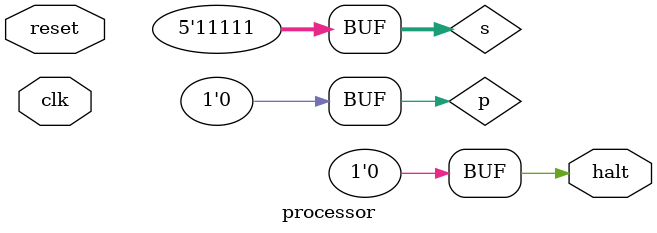
<source format=v>
`define WORD	[15:0]
`define Opcode	[15:12]
`define Dest	[11:6]
`define Src	[5:0]
`define STATE	[4:0]
`define REGSIZE [63:0]
`define MEMSIZE [65535:0]

`define OPadd	4'b0000
`define OPinvf	4'b0001
`define OPaddf	4'b0010
`define OPmulf	4'b0011
`define OPand	4'b0100
`define OPor	4'b0101
`define OPxor	4'b0110
`define OPany	4'b0111
`define OPdup	4'b1000
`define OPshr	4'b1001
`define OPf2i	4'b1010
`define OPi2f	4'b1011
`define OPld	4'b1100
`define OPst	4'b1101
`define OPjzsz	4'b1110
`define OPli	4'b1111

// state numbers only
`define OPjz	`OPjzsz
`define OPsys	5'b10000
`define OPsz	5'b10001
`define Start	5'b11111
`define Start1	5'b11110

// source field values for sys and sz
`define SRCsys	6'b000000
`define SRCsz	6'b000001

module processor(halt, reset, clk);
output reg halt;
input reset, clk;

reg `WORD regfile `REGSIZE;
reg `WORD mainmem `MEMSIZE;
reg `WORD pc = 0;
reg `WORD ir;
reg `STATE s = `Start;
integer a;

always @(reset) begin
  halt = 0;
  p = 0;
  s = `Start;
end

always @(posedge clk) begin
  case (s)
    `Start: begin ir <= mainmem[pc]; s <= `Start1; end
    `Start1: begin
             pc <= pc + 1;            // bump pc
	     case (ir `Opcode)
	     `OPjzsz:
                case (ir `Src)	      // use Src as extended opcode
                `SRCsys: s <= `OPsys; // sys call
                `SRCsz: s <= `OPsz;   // sz
                default: s <= `OPjz;  // jz
	     endcase
             default: s <= ir `Opcode; // most instructions, state # is opcode
	     endcase
	    end

    `OPadd: begin regfile[ir `Dest] <= regfile[ir `Dest] + regfile[ir `Src]; s <= `Start; end
    `OPand: begin regfile[ir `Dest] <= regfile[ir `Dest] & regfile[ir `Src]; s <= `Start; end
    `OPany: begin regfile[ir `Dest] <= |regfile[ir `Src]; s <= `Start; end
    `OPdup: begin regfile[ir `Dest] <= regfile[ir `Src]; s <= `Start; end
    `OPjz: begin if (regfile[ir `Dest] == 0) pc <= regfile[ir `Src]; s <= `Start; end
    `OPld: begin regfile[ir `Dest] <= mainmem[regfile[ir `Src]]; s <= `Start; end
    `OPli: begin regfile[ir `Dest] <= mainmem[pc]; pc <= pc + 1; s <= `Start; end
    `OPor: begin regfile[ir `Dest] <= regfile[ir `Dest] | regfile[ir `Src]; s <= `Start; end
    `OPsz: begin if (regfile[ir `Dest] == 0) pc <= pc + 1; s <= `Start; end
    `OPshr: begin regfile[ir `Dest] <= regfile[ir `Src] >> 1; s <= `Start; end
    `OPst: begin mainmem[regfile[ir `Src]] <= regfile[ir `Dest]; s <= `Start; end
    `OPxor: begin regfile[ir `Dest] <= regfile[ir `Dest] ^ regfile[ir `Src]; s <= `Start; end

    default: halt <= 1;
  endcase
end
endmodule



</source>
